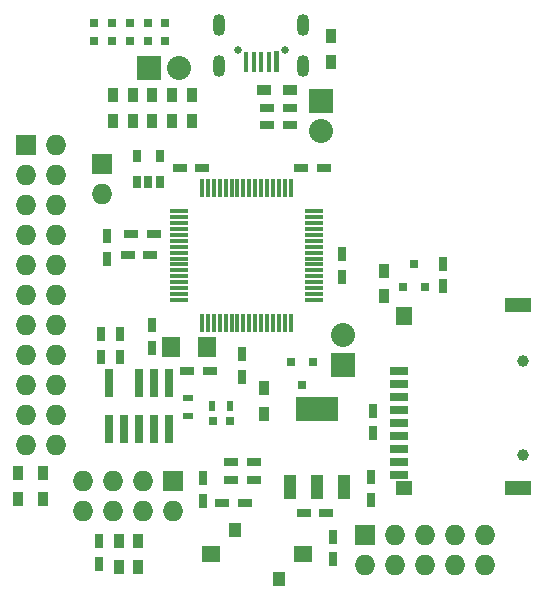
<source format=gbr>
G04 #@! TF.GenerationSoftware,KiCad,Pcbnew,no-vcs-found-7406~56~ubuntu16.10.1*
G04 #@! TF.CreationDate,2016-12-23T22:43:09+01:00*
G04 #@! TF.ProjectId,MysensorsGW,4D7973656E736F727347572E6B696361,rev?*
G04 #@! TF.FileFunction,Soldermask,Top*
G04 #@! TF.FilePolarity,Negative*
%FSLAX46Y46*%
G04 Gerber Fmt 4.6, Leading zero omitted, Abs format (unit mm)*
G04 Created by KiCad (PCBNEW no-vcs-found-7406~56~ubuntu16.10.1) date Fri Dec 23 22:43:09 2016*
%MOMM*%
%LPD*%
G01*
G04 APERTURE LIST*
%ADD10C,0.100000*%
%ADD11R,0.800000X0.750000*%
%ADD12R,0.500000X0.900000*%
%ADD13R,0.750000X1.200000*%
%ADD14R,0.300000X1.500000*%
%ADD15R,1.500000X0.300000*%
%ADD16R,0.650000X1.060000*%
%ADD17R,1.200000X0.750000*%
%ADD18R,0.900000X1.200000*%
%ADD19R,1.500000X1.400000*%
%ADD20R,1.000000X1.150000*%
%ADD21R,2.032000X2.032000*%
%ADD22O,2.032000X2.032000*%
%ADD23R,0.797560X0.797560*%
%ADD24R,0.800100X0.800100*%
%ADD25R,3.657600X2.032000*%
%ADD26R,1.016000X2.032000*%
%ADD27R,1.200000X0.900000*%
%ADD28R,0.740000X2.400000*%
%ADD29R,1.500000X1.800000*%
%ADD30R,0.400000X1.700000*%
%ADD31C,0.400000*%
%ADD32O,1.050000X1.850000*%
%ADD33C,0.650000*%
%ADD34R,1.727200X1.727200*%
%ADD35O,1.727200X1.727200*%
%ADD36R,1.600000X0.700000*%
%ADD37C,1.000000*%
%ADD38R,2.200000X1.200000*%
%ADD39R,1.400000X1.200000*%
%ADD40R,1.400000X1.600000*%
%ADD41R,0.900000X0.500000*%
G04 APERTURE END LIST*
D10*
D11*
X137751080Y-98348800D03*
X139251080Y-98348800D03*
D12*
X137677280Y-97058480D03*
X139177280Y-97058480D03*
D13*
X128828800Y-82702400D03*
X128828800Y-84602400D03*
D14*
X136839000Y-90028000D03*
X137339000Y-90028000D03*
X137839000Y-90028000D03*
X138339000Y-90028000D03*
X138839000Y-90028000D03*
X139339000Y-90028000D03*
X139839000Y-90028000D03*
X140339000Y-90028000D03*
X140839000Y-90028000D03*
X141339000Y-90028000D03*
X141839000Y-90028000D03*
X142339000Y-90028000D03*
X142839000Y-90028000D03*
X143339000Y-90028000D03*
X143839000Y-90028000D03*
X144339000Y-90028000D03*
D15*
X146289000Y-88078000D03*
X146289000Y-87578000D03*
X146289000Y-87078000D03*
X146289000Y-86578000D03*
X146289000Y-86078000D03*
X146289000Y-85578000D03*
X146289000Y-85078000D03*
X146289000Y-84578000D03*
X146289000Y-84078000D03*
X146289000Y-83578000D03*
X146289000Y-83078000D03*
X146289000Y-82578000D03*
X146289000Y-82078000D03*
X146289000Y-81578000D03*
X146289000Y-81078000D03*
X146289000Y-80578000D03*
D14*
X144339000Y-78628000D03*
X143839000Y-78628000D03*
X143339000Y-78628000D03*
X142839000Y-78628000D03*
X142339000Y-78628000D03*
X141839000Y-78628000D03*
X141339000Y-78628000D03*
X140839000Y-78628000D03*
X140339000Y-78628000D03*
X139839000Y-78628000D03*
X139339000Y-78628000D03*
X138839000Y-78628000D03*
X138339000Y-78628000D03*
X137839000Y-78628000D03*
X137339000Y-78628000D03*
X136839000Y-78628000D03*
D15*
X134889000Y-80578000D03*
X134889000Y-81078000D03*
X134889000Y-81578000D03*
X134889000Y-82078000D03*
X134889000Y-82578000D03*
X134889000Y-83078000D03*
X134889000Y-83578000D03*
X134889000Y-84078000D03*
X134889000Y-84578000D03*
X134889000Y-85078000D03*
X134889000Y-85578000D03*
X134889000Y-86078000D03*
X134889000Y-86578000D03*
X134889000Y-87078000D03*
X134889000Y-87578000D03*
X134889000Y-88078000D03*
D16*
X131348400Y-78120600D03*
X132298400Y-78120600D03*
X133248400Y-78120600D03*
X133248400Y-75920600D03*
X131348400Y-75920600D03*
D17*
X142372000Y-73279000D03*
X144272000Y-73279000D03*
D18*
X121285000Y-102727400D03*
X121285000Y-104927400D03*
X123367800Y-102727400D03*
X123367800Y-104927400D03*
D19*
X145391800Y-109626400D03*
X137591800Y-109626400D03*
D20*
X143341800Y-111701400D03*
X139641800Y-107551400D03*
D21*
X148742400Y-93548200D03*
D22*
X148742400Y-91008200D03*
D23*
X129235200Y-66154300D03*
X129235200Y-64655700D03*
X133743700Y-66154300D03*
X133743700Y-64655700D03*
D18*
X130987800Y-70748800D03*
X130987800Y-72948800D03*
D17*
X147375960Y-106080560D03*
X145475960Y-106080560D03*
D24*
X153837600Y-87005160D03*
X155737600Y-87005160D03*
X154787600Y-85006180D03*
D25*
X146608800Y-97282000D03*
D26*
X146608800Y-103886000D03*
X148894800Y-103886000D03*
X144322800Y-103886000D03*
D13*
X128320800Y-92882800D03*
X128320800Y-90982800D03*
D23*
X127736600Y-66154300D03*
X127736600Y-64655700D03*
D13*
X157251400Y-86903600D03*
X157251400Y-85003600D03*
D17*
X132461000Y-84239100D03*
X130561000Y-84239100D03*
X136855200Y-76911200D03*
X134955200Y-76911200D03*
D13*
X148717000Y-86106000D03*
X148717000Y-84206000D03*
X140233400Y-92684600D03*
X140233400Y-94584600D03*
X147929600Y-110032800D03*
X147929600Y-108132800D03*
X136906000Y-105090000D03*
X136906000Y-103190000D03*
X151282400Y-99385200D03*
X151282400Y-97485200D03*
X151180800Y-104988400D03*
X151180800Y-103088400D03*
D17*
X144267000Y-71818500D03*
X142367000Y-71818500D03*
X141203720Y-101762560D03*
X139303720Y-101762560D03*
D27*
X144292500Y-70294500D03*
X142092500Y-70294500D03*
D18*
X152247600Y-87790200D03*
X152247600Y-85590200D03*
X129336800Y-70748800D03*
X129336800Y-72948800D03*
D17*
X130850600Y-82473800D03*
X132750600Y-82473800D03*
X141203720Y-103306880D03*
X139303720Y-103306880D03*
D13*
X132638800Y-92136000D03*
X132638800Y-90236000D03*
D17*
X135600400Y-94107000D03*
X137500400Y-94107000D03*
D23*
X130733800Y-66154300D03*
X130733800Y-64655700D03*
D18*
X132638800Y-70748800D03*
X132638800Y-72948800D03*
D17*
X145252400Y-76911200D03*
X147152400Y-76911200D03*
D13*
X128143000Y-108524000D03*
X128143000Y-110424000D03*
D18*
X129794000Y-110701000D03*
X129794000Y-108501000D03*
X131445000Y-108501000D03*
X131445000Y-110701000D03*
D23*
X132232400Y-66154300D03*
X132232400Y-64655700D03*
D18*
X134289800Y-70748800D03*
X134289800Y-72948800D03*
X147726400Y-67902000D03*
X147726400Y-65702000D03*
D28*
X134086600Y-95072200D03*
X134086600Y-98972200D03*
X132816600Y-95072200D03*
X132816600Y-98972200D03*
X131546600Y-95072200D03*
X131546600Y-98972200D03*
X130276600Y-98972200D03*
X129006600Y-95072200D03*
X129006600Y-98972200D03*
D29*
X137223500Y-92062300D03*
X134223500Y-92062300D03*
D30*
X141852600Y-67895400D03*
X141202600Y-67895400D03*
X142502600Y-67895400D03*
D31*
X143152600Y-67895400D03*
D10*
G36*
X143352600Y-67045400D02*
X143352600Y-68745400D01*
X142952600Y-68745400D01*
X142952600Y-67045400D01*
X143352600Y-67045400D01*
X143352600Y-67045400D01*
G37*
D30*
X140552600Y-67895400D03*
D32*
X145427600Y-64795400D03*
X138277600Y-64795400D03*
X145427600Y-68245400D03*
X138277600Y-68245400D03*
D33*
X143852600Y-66920400D03*
X139852600Y-66920400D03*
D24*
X146238000Y-93301820D03*
X144338000Y-93301820D03*
X145288000Y-95300800D03*
D18*
X135991600Y-70748800D03*
X135991600Y-72948800D03*
D34*
X128346200Y-76530200D03*
D35*
X128346200Y-79070200D03*
D21*
X146888200Y-71196200D03*
D22*
X146888200Y-73736200D03*
D36*
X153482400Y-94066000D03*
X153482400Y-95166000D03*
X153482400Y-96266000D03*
X153482400Y-97366000D03*
X153482400Y-98466000D03*
X153482400Y-99566000D03*
X153482400Y-100666000D03*
X153482400Y-101766000D03*
X153482400Y-102866000D03*
D37*
X163982400Y-93216000D03*
X163982400Y-101196000D03*
D38*
X163582400Y-88516000D03*
D39*
X153982400Y-104016000D03*
D40*
X153982400Y-89416000D03*
D38*
X163582400Y-104016000D03*
D21*
X132384800Y-68402200D03*
D22*
X134924800Y-68402200D03*
D34*
X150622000Y-107950000D03*
D35*
X150622000Y-110490000D03*
X153162000Y-107950000D03*
X153162000Y-110490000D03*
X155702000Y-107950000D03*
X155702000Y-110490000D03*
X158242000Y-107950000D03*
X158242000Y-110490000D03*
X160782000Y-107950000D03*
X160782000Y-110490000D03*
X126746000Y-103378000D03*
X126746000Y-105918000D03*
X129286000Y-103378000D03*
X129286000Y-105918000D03*
X131826000Y-103378000D03*
X131826000Y-105918000D03*
D34*
X134366000Y-103378000D03*
D35*
X134366000Y-105918000D03*
D17*
X138572200Y-105232200D03*
X140472200Y-105232200D03*
D13*
X129895600Y-92885300D03*
X129895600Y-90985300D03*
D18*
X142113000Y-95539200D03*
X142113000Y-97739200D03*
D35*
X124460000Y-97790000D03*
X121920000Y-97790000D03*
X124460000Y-95250000D03*
X121920000Y-95250000D03*
X124460000Y-92710000D03*
X121920000Y-92710000D03*
X124460000Y-90170000D03*
X121920000Y-90170000D03*
X124460000Y-87630000D03*
X121920000Y-87630000D03*
X124460000Y-85090000D03*
X121920000Y-85090000D03*
D34*
X121920000Y-74930000D03*
D35*
X124460000Y-74930000D03*
X121920000Y-77470000D03*
X124460000Y-77470000D03*
X121920000Y-80010000D03*
X124460000Y-80010000D03*
X121920000Y-82550000D03*
X124460000Y-82550000D03*
X121920000Y-100330000D03*
X124460000Y-100330000D03*
D41*
X135686800Y-96369440D03*
X135686800Y-97869440D03*
M02*

</source>
